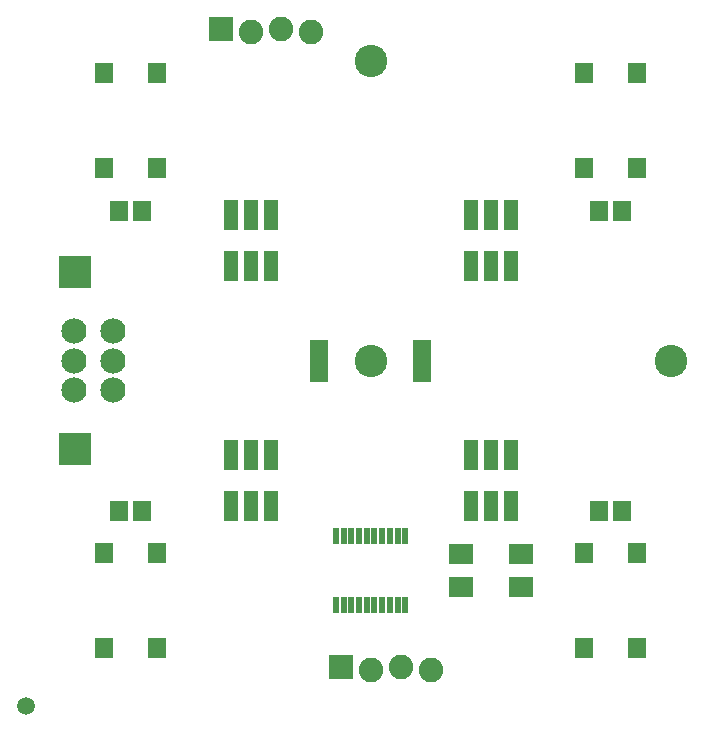
<source format=gbr>
G04 EAGLE Gerber RS-274X export*
G75*
%MOMM*%
%FSLAX34Y34*%
%LPD*%
%INSoldermask Top*%
%IPPOS*%
%AMOC8*
5,1,8,0,0,1.08239X$1,22.5*%
G01*
%ADD10C,2.743200*%
%ADD11C,2.540000*%
%ADD12R,2.743200X2.743200*%
%ADD13R,1.503200X1.703200*%
%ADD14R,2.003200X1.803200*%
%ADD15R,2.082800X2.082800*%
%ADD16C,2.082800*%
%ADD17R,1.303200X2.503200*%
%ADD18R,2.006200X1.803200*%
%ADD19R,0.503200X1.403000*%
%ADD20C,2.133600*%
%ADD21R,1.503200X3.603200*%
%ADD22R,1.603200X1.803200*%
%ADD23C,1.503200*%


D10*
X304800Y304800D03*
X304800Y558800D03*
X558800Y304800D03*
D11*
X304800Y558800D03*
D12*
X54800Y229800D03*
X54800Y379800D03*
D13*
X111100Y177800D03*
X92100Y177800D03*
X111100Y431800D03*
X92100Y431800D03*
X498500Y431800D03*
X517500Y431800D03*
X498500Y177800D03*
X517500Y177800D03*
D14*
X381000Y141000D03*
X381000Y113000D03*
D15*
X279400Y45720D03*
D16*
X304800Y43180D03*
X330200Y45720D03*
X355600Y43180D03*
D17*
X220200Y224700D03*
X203200Y224700D03*
X186200Y224700D03*
X186200Y181700D03*
X203200Y181700D03*
X220200Y181700D03*
X220200Y427900D03*
X203200Y427900D03*
X186200Y427900D03*
X186200Y384900D03*
X203200Y384900D03*
X220200Y384900D03*
X389400Y384900D03*
X406400Y384900D03*
X423400Y384900D03*
X423400Y427900D03*
X406400Y427900D03*
X389400Y427900D03*
X389400Y181700D03*
X406400Y181700D03*
X423400Y181700D03*
X423400Y224700D03*
X406400Y224700D03*
X389400Y224700D03*
D18*
X431800Y141220D03*
X431800Y112780D03*
D19*
X334049Y98000D03*
X327549Y98000D03*
X321050Y98000D03*
X314550Y98000D03*
X308050Y98000D03*
X301550Y98000D03*
X295050Y98000D03*
X288550Y98000D03*
X334049Y156001D03*
X327549Y156001D03*
X321050Y156001D03*
X314550Y156001D03*
X308050Y156001D03*
X301550Y156001D03*
X295050Y156001D03*
X288550Y156001D03*
X282050Y156001D03*
X275551Y156001D03*
X282050Y98000D03*
X275551Y98000D03*
D20*
X53350Y279800D03*
X53350Y304800D03*
X53350Y329800D03*
X86350Y279800D03*
X86350Y304800D03*
X86350Y329800D03*
D21*
X348300Y304800D03*
X261300Y304800D03*
D22*
X124100Y61600D03*
X124100Y141600D03*
X79100Y141600D03*
X79100Y61600D03*
X124100Y468000D03*
X124100Y548000D03*
X79100Y548000D03*
X79100Y468000D03*
X485500Y548000D03*
X485500Y468000D03*
X530500Y468000D03*
X530500Y548000D03*
X485500Y141600D03*
X485500Y61600D03*
X530500Y61600D03*
X530500Y141600D03*
D15*
X177800Y585470D03*
D16*
X203200Y582930D03*
X228600Y585470D03*
X254000Y582930D03*
D23*
X12700Y12700D03*
M02*

</source>
